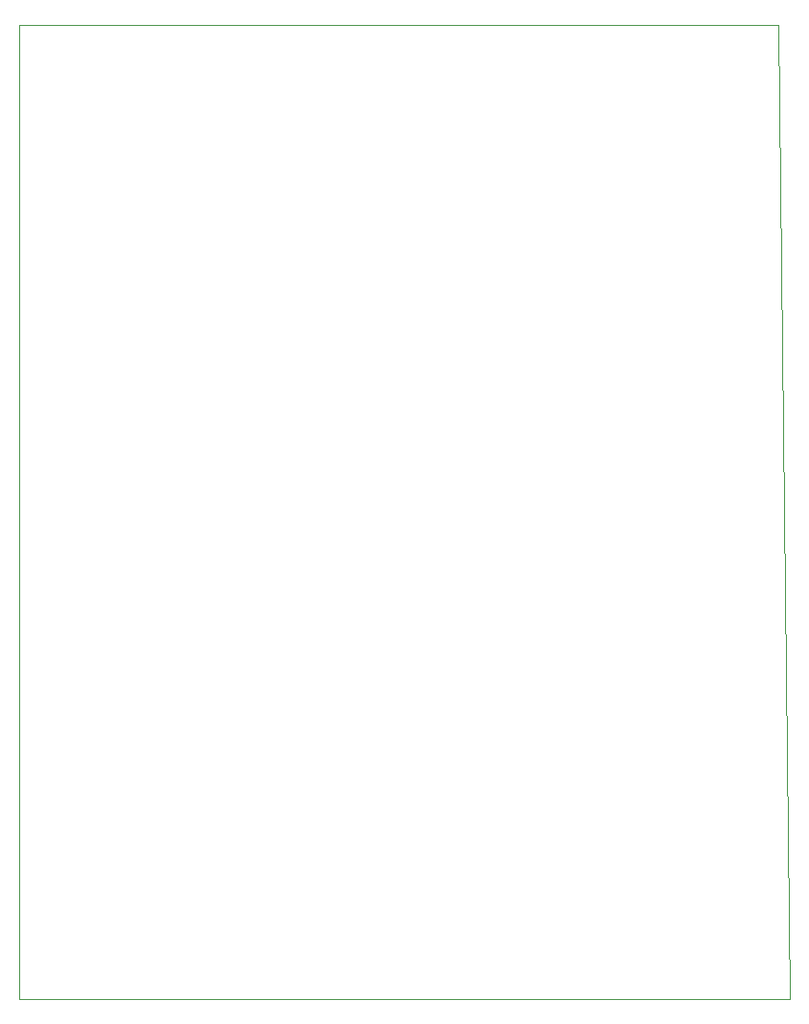
<source format=gbr>
G04 #@! TF.GenerationSoftware,KiCad,Pcbnew,5.1.5*
G04 #@! TF.CreationDate,2020-03-10T21:27:45+01:00*
G04 #@! TF.ProjectId,carte_PCA9685,63617274-655f-4504-9341-393638352e6b,rev?*
G04 #@! TF.SameCoordinates,Original*
G04 #@! TF.FileFunction,Profile,NP*
%FSLAX46Y46*%
G04 Gerber Fmt 4.6, Leading zero omitted, Abs format (unit mm)*
G04 Created by KiCad (PCBNEW 5.1.5) date 2020-03-10 21:27:45*
%MOMM*%
%LPD*%
G04 APERTURE LIST*
%ADD10C,0.050000*%
G04 APERTURE END LIST*
D10*
X190000000Y-115000000D02*
X189000000Y-29000000D01*
X122000000Y-115000000D02*
X190000000Y-115000000D01*
X122000000Y-29000000D02*
X122000000Y-115000000D01*
X189000000Y-29000000D02*
X122000000Y-29000000D01*
M02*

</source>
